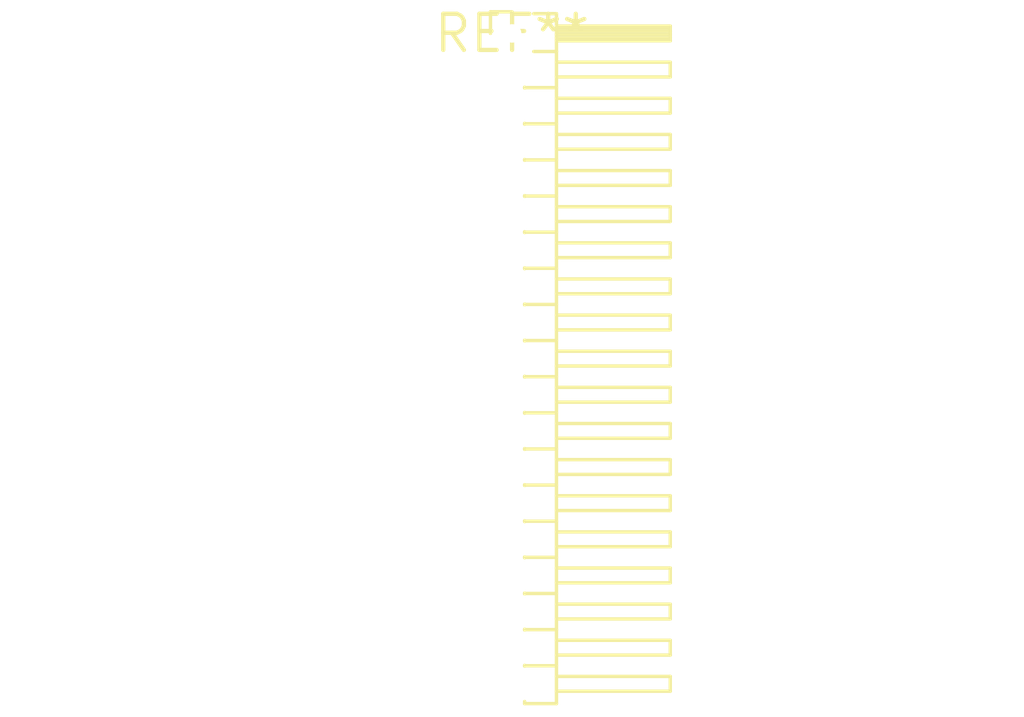
<source format=kicad_pcb>
(kicad_pcb (version 20240108) (generator pcbnew)
  (layers (0 "F.Cu" signal) (31 "B.Cu" signal) (34 "B.Paste" user) (35 "F.Paste" user) (36 "B.SilkS" user "B.Silkscreen") (37 "F.SilkS" user "F.Silkscreen") (38 "B.Mask" user) (39 "F.Mask" user) (44 "Edge.Cuts" user))
  (net 0 "")
  (footprint "PinHeader_1x19_P1.27mm_Horizontal" (layer "F.Cu") (at 0 0)
    (property "Reference" "REF**")
    (property "Value" "PinHeader_1x19_P1.27mm_Horizontal")
    (fp_line (start -0.76 -0.76) (end 0 -0.76) (layer "F.SilkS") (stroke (width 0.12)))
    (fp_line (start -0.76 0) (end -0.76 -0.76) (layer "F.SilkS") (stroke (width 0.12)))
    (fp_line (start 0.44 1.889677) (end 0.44 1.920323) (layer "F.SilkS") (stroke (width 0.12)))
    (fp_line (start 0.44 1.905) (end 1.56 1.905) (layer "F.SilkS") (stroke (width 0.12)))
    (fp_line (start 0.44 3.159677) (end 0.44 3.190323) (layer "F.SilkS") (stroke (width 0.12)))
    (fp_line (start 0.44 3.175) (end 1.56 3.175) (layer "F.SilkS") (stroke (width 0.12)))
    (fp_line (start 0.44 4.429677) (end 0.44 4.460323) (layer "F.SilkS") (stroke (width 0.12)))
    (fp_line (start 0.44 4.445) (end 1.56 4.445) (layer "F.SilkS") (stroke (width 0.12)))
    (fp_line (start 0.44 5.699677) (end 0.44 5.730323) (layer "F.SilkS") (stroke (width 0.12)))
    (fp_line (start 0.44 5.715) (end 1.56 5.715) (layer "F.SilkS") (stroke (width 0.12)))
    (fp_line (start 0.44 6.969677) (end 0.44 7.000323) (layer "F.SilkS") (stroke (width 0.12)))
    (fp_line (start 0.44 6.985) (end 1.56 6.985) (layer "F.SilkS") (stroke (width 0.12)))
    (fp_line (start 0.44 8.239677) (end 0.44 8.270323) (layer "F.SilkS") (stroke (width 0.12)))
    (fp_line (start 0.44 8.255) (end 1.56 8.255) (layer "F.SilkS") (stroke (width 0.12)))
    (fp_line (start 0.44 9.509677) (end 0.44 9.540323) (layer "F.SilkS") (stroke (width 0.12)))
    (fp_line (start 0.44 9.525) (end 1.56 9.525) (layer "F.SilkS") (stroke (width 0.12)))
    (fp_line (start 0.44 10.779677) (end 0.44 10.810323) (layer "F.SilkS") (stroke (width 0.12)))
    (fp_line (start 0.44 10.795) (end 1.56 10.795) (layer "F.SilkS") (stroke (width 0.12)))
    (fp_line (start 0.44 12.049677) (end 0.44 12.080323) (layer "F.SilkS") (stroke (width 0.12)))
    (fp_line (start 0.44 12.065) (end 1.56 12.065) (layer "F.SilkS") (stroke (width 0.12)))
    (fp_line (start 0.44 13.319677) (end 0.44 13.350323) (layer "F.SilkS") (stroke (width 0.12)))
    (fp_line (start 0.44 13.335) (end 1.56 13.335) (layer "F.SilkS") (stroke (width 0.12)))
    (fp_line (start 0.44 14.589677) (end 0.44 14.620323) (layer "F.SilkS") (stroke (width 0.12)))
    (fp_line (start 0.44 14.605) (end 1.56 14.605) (layer "F.SilkS") (stroke (width 0.12)))
    (fp_line (start 0.44 15.859677) (end 0.44 15.890323) (layer "F.SilkS") (stroke (width 0.12)))
    (fp_line (start 0.44 15.875) (end 1.56 15.875) (layer "F.SilkS") (stroke (width 0.12)))
    (fp_line (start 0.44 17.129677) (end 0.44 17.160323) (layer "F.SilkS") (stroke (width 0.12)))
    (fp_line (start 0.44 17.145) (end 1.56 17.145) (layer "F.SilkS") (stroke (width 0.12)))
    (fp_line (start 0.44 18.399677) (end 0.44 18.430323) (layer "F.SilkS") (stroke (width 0.12)))
    (fp_line (start 0.44 18.415) (end 1.56 18.415) (layer "F.SilkS") (stroke (width 0.12)))
    (fp_line (start 0.44 19.669677) (end 0.44 19.700323) (layer "F.SilkS") (stroke (width 0.12)))
    (fp_line (start 0.44 19.685) (end 1.56 19.685) (layer "F.SilkS") (stroke (width 0.12)))
    (fp_line (start 0.44 20.939677) (end 0.44 20.970323) (layer "F.SilkS") (stroke (width 0.12)))
    (fp_line (start 0.44 20.955) (end 1.56 20.955) (layer "F.SilkS") (stroke (width 0.12)))
    (fp_line (start 0.44 22.209677) (end 0.44 22.240323) (layer "F.SilkS") (stroke (width 0.12)))
    (fp_line (start 0.44 22.225) (end 1.56 22.225) (layer "F.SilkS") (stroke (width 0.12)))
    (fp_line (start 0.44 23.555) (end 0.44 23.479677) (layer "F.SilkS") (stroke (width 0.12)))
    (fp_line (start 0.76 -0.695) (end 1.56 -0.695) (layer "F.SilkS") (stroke (width 0.12)))
    (fp_line (start 0.76 0.635) (end 1.56 0.635) (layer "F.SilkS") (stroke (width 0.12)))
    (fp_line (start 1.56 -0.695) (end 1.56 23.555) (layer "F.SilkS") (stroke (width 0.12)))
    (fp_line (start 1.56 -0.26) (end 5.56 -0.26) (layer "F.SilkS") (stroke (width 0.12)))
    (fp_line (start 1.56 -0.2) (end 5.56 -0.2) (layer "F.SilkS") (stroke (width 0.12)))
    (fp_line (start 1.56 -0.08) (end 5.56 -0.08) (layer "F.SilkS") (stroke (width 0.12)))
    (fp_line (start 1.56 0.04) (end 5.56 0.04) (layer "F.SilkS") (stroke (width 0.12)))
    (fp_line (start 1.56 0.16) (end 5.56 0.16) (layer "F.SilkS") (stroke (width 0.12)))
    (fp_line (start 1.56 1.01) (end 5.56 1.01) (layer "F.SilkS") (stroke (width 0.12)))
    (fp_line (start 1.56 2.28) (end 5.56 2.28) (layer "F.SilkS") (stroke (width 0.12)))
    (fp_line (start 1.56 3.55) (end 5.56 3.55) (layer "F.SilkS") (stroke (width 0.12)))
    (fp_line (start 1.56 4.82) (end 5.56 4.82) (layer "F.SilkS") (stroke (width 0.12)))
    (fp_line (start 1.56 6.09) (end 5.56 6.09) (layer "F.SilkS") (stroke (width 0.12)))
    (fp_line (start 1.56 7.36) (end 5.56 7.36) (layer "F.SilkS") (stroke (width 0.12)))
    (fp_line (start 1.56 8.63) (end 5.56 8.63) (layer "F.SilkS") (stroke (width 0.12)))
    (fp_line (start 1.56 9.9) (end 5.56 9.9) (layer "F.SilkS") (stroke (width 0.12)))
    (fp_line (start 1.56 11.17) (end 5.56 11.17) (layer "F.SilkS") (stroke (width 0.12)))
    (fp_line (start 1.56 12.44) (end 5.56 12.44) (layer "F.SilkS") (stroke (width 0.12)))
    (fp_line (start 1.56 13.71) (end 5.56 13.71) (layer "F.SilkS") (stroke (width 0.12)))
    (fp_line (start 1.56 14.98) (end 5.56 14.98) (layer "F.SilkS") (stroke (width 0.12)))
    (fp_line (start 1.56 16.25) (end 5.56 16.25) (layer "F.SilkS") (stroke (width 0.12)))
    (fp_line (start 1.56 17.52) (end 5.56 17.52) (layer "F.SilkS") (stroke (width 0.12)))
    (fp_line (start 1.56 18.79) (end 5.56 18.79) (layer "F.SilkS") (stroke (width 0.12)))
    (fp_line (start 1.56 20.06) (end 5.56 20.06) (layer "F.SilkS") (stroke (width 0.12)))
    (fp_line (start 1.56 21.33) (end 5.56 21.33) (layer "F.SilkS") (stroke (width 0.12)))
    (fp_line (start 1.56 22.6) (end 5.56 22.6) (layer "F.SilkS") (stroke (width 0.12)))
    (fp_line (start 1.56 23.555) (end 0.44 23.555) (layer "F.SilkS") (stroke (width 0.12)))
    (fp_line (start 5.56 -0.26) (end 5.56 0.26) (layer "F.SilkS") (stroke (width 0.12)))
    (fp_line (start 5.56 0.26) (end 1.56 0.26) (layer "F.SilkS") (stroke (width 0.12)))
    (fp_line (start 5.56 1.01) (end 5.56 1.53) (layer "F.SilkS") (stroke (width 0.12)))
    (fp_line (start 5.56 1.53) (end 1.56 1.53) (layer "F.SilkS") (stroke (width 0.12)))
    (fp_line (start 5.56 2.28) (end 5.56 2.8) (layer "F.SilkS") (stroke (width 0.12)))
    (fp_line (start 5.56 2.8) (end 1.56 2.8) (layer "F.SilkS") (stroke (width 0.12)))
    (fp_line (start 5.56 3.55) (end 5.56 4.07) (layer "F.SilkS") (stroke (width 0.12)))
    (fp_line (start 5.56 4.07) (end 1.56 4.07) (layer "F.SilkS") (stroke (width 0.12)))
    (fp_line (start 5.56 4.82) (end 5.56 5.34) (layer "F.SilkS") (stroke (width 0.12)))
    (fp_line (start 5.56 5.34) (end 1.56 5.34) (layer "F.SilkS") (stroke (width 0.12)))
    (fp_line (start 5.56 6.09) (end 5.56 6.61) (layer "F.SilkS") (stroke (width 0.12)))
    (fp_line (start 5.56 6.61) (end 1.56 6.61) (layer "F.SilkS") (stroke (width 0.12)))
    (fp_line (start 5.56 7.36) (end 5.56 7.88) (layer "F.SilkS") (stroke (width 0.12)))
    (fp_line (start 5.56 7.88) (end 1.56 7.88) (layer "F.SilkS") (stroke (width 0.12)))
    (fp_line (start 5.56 8.63) (end 5.56 9.15) (layer "F.SilkS") (stroke (width 0.12)))
    (fp_line (start 5.56 9.15) (end 1.56 9.15) (layer "F.SilkS") (stroke (width 0.12)))
    (fp_line (start 5.56 9.9) (end 5.56 10.42) (layer "F.SilkS") (stroke (width 0.12)))
    (fp_line (start 5.56 10.42) (end 1.56 10.42) (layer "F.SilkS") (stroke (width 0.12)))
    (fp_line (start 5.56 11.17) (end 5.56 11.69) (layer "F.SilkS") (stroke (width 0.12)))
    (fp_line (start 5.56 11.69) (end 1.56 11.69) (layer "F.SilkS") (stroke (width 0.12)))
    (fp_line (start 5.56 12.44) (end 5.56 12.96) (layer "F.SilkS") (stroke (width 0.12)))
    (fp_line (start 5.56 12.96) (end 1.56 12.96) (layer "F.SilkS") (stroke (width 0.12)))
    (fp_line (start 5.56 13.71) (end 5.56 14.23) (layer "F.SilkS") (stroke (width 0.12)))
    (fp_line (start 5.56 14.23) (end 1.56 14.23) (layer "F.SilkS") (stroke (width 0.12)))
    (fp_line (start 5.56 14.98) (end 5.56 15.5) (layer "F.SilkS") (stroke (width 0.12)))
    (fp_line (start 5.56 15.5) (end 1.56 15.5) (layer "F.SilkS") (stroke (width 0.12)))
    (fp_line (start 5.56 16.25) (end 5.56 16.77) (layer "F.SilkS") (stroke (width 0.12)))
    (fp_line (start 5.56 16.77) (end 1.56 16.77) (layer "F.SilkS") (stroke (width 0.12)))
    (fp_line (start 5.56 17.52) (end 5.56 18.04) (layer "F.SilkS") (stroke (width 0.12)))
    (fp_line (start 5.56 18.04) (end 1.56 18.04) (layer "F.SilkS") (stroke (width 0.12)))
    (fp_line (start 5.56 18.79) (end 5.56 19.31) (layer "F.SilkS") (stroke (width 0.12)))
    (fp_line (start 5.56 19.31) (end 1.56 19.31) (layer "F.SilkS") (stroke (width 0.12)))
    (fp_line (start 5.56 20.06) (end 5.56 20.58) (layer "F.SilkS") (stroke (width 0.12)))
    (fp_line (start 5.56 20.58) (end 1.56 20.58) (layer "F.SilkS") (stroke (width 0.12)))
    (fp_line (start 5.56 21.33) (end 5.56 21.85) (layer "F.SilkS") (stroke (width 0.12)))
    (fp_line (start 5.56 21.85) (end 1.56 21.85) (layer "F.SilkS") (stroke (width 0.12)))
    (fp_line (start 5.56 22.6) (end 5.56 23.12) (layer "F.SilkS") (stroke (width 0.12)))
    (fp_line (start 5.56 23.12) (end 1.56 23.12) (layer "F.SilkS") (stroke (width 0.12)))
    (pad "1" thru_hole rect (at 0 0) (size 1 1) (drill 0.65) (layers *.Cu *.Mask) (remove_unused_layers))
    (pad "2" thru_hole oval (at 0 1.27) (size 1 1) (drill 0.65) (layers *.Cu *.Mask) (remove_unused_layers))
    (pad "3" thru_hole oval (at 0 2.54) (size 1 1) (drill 0.65) (layers *.Cu *.Mask) (remove_unused_layers))
    (pad "4" thru_hole oval (at 0 3.81) (size 1 1) (drill 0.65) (layers *.Cu *.Mask) (remove_unused_layers))
    (pad "5" thru_hole oval (at 0 5.08) (size 1 1) (drill 0.65) (layers *.Cu *.Mask) (remove_unused_layers))
    (pad "6" thru_hole oval (at 0 6.35) (size 1 1) (drill 0.65) (layers *.Cu *.Mask) (remove_unused_layers))
    (pad "7" thru_hole oval (at 0 7.62) (size 1 1) (drill 0.65) (layers *.Cu *.Mask) (remove_unused_layers))
    (pad "8" thru_hole oval (at 0 8.89) (size 1 1) (drill 0.65) (layers *.Cu *.Mask) (remove_unused_layers))
    (pad "9" thru_hole oval (at 0 10.16) (size 1 1) (drill 0.65) (layers *.Cu *.Mask) (remove_unused_layers))
    (pad "10" thru_hole oval (at 0 11.43) (size 1 1) (drill 0.65) (layers *.Cu *.Mask) (remove_unused_layers))
    (pad "11" thru_hole oval (at 0 12.7) (size 1 1) (drill 0.65) (layers *.Cu *.Mask) (remove_unused_layers))
    (pad "12" thru_hole oval (at 0 13.97) (size 1 1) (drill 0.65) (layers *.Cu *.Mask) (remove_unused_layers))
    (pad "13" thru_hole oval (at 0 15.24) (size 1 1) (drill 0.65) (layers *.Cu *.Mask) (remove_unused_layers))
    (pad "14" thru_hole oval (at 0 16.51) (size 1 1) (drill 0.65) (layers *.Cu *.Mask) (remove_unused_layers))
    (pad "15" thru_hole oval (at 0 17.78) (size 1 1) (drill 0.65) (layers *.Cu *.Mask) (remove_unused_layers))
    (pad "16" thru_hole oval (at 0 19.05) (size 1 1) (drill 0.65) (layers *.Cu *.Mask) (remove_unused_layers))
    (pad "17" thru_hole oval (at 0 20.32) (size 1 1) (drill 0.65) (layers *.Cu *.Mask) (remove_unused_layers))
    (pad "18" thru_hole oval (at 0 21.59) (size 1 1) (drill 0.65) (layers *.Cu *.Mask) (remove_unused_layers))
    (pad "19" thru_hole oval (at 0 22.86) (size 1 1) (drill 0.65) (layers *.Cu *.Mask) (remove_unused_layers))
  )
)
</source>
